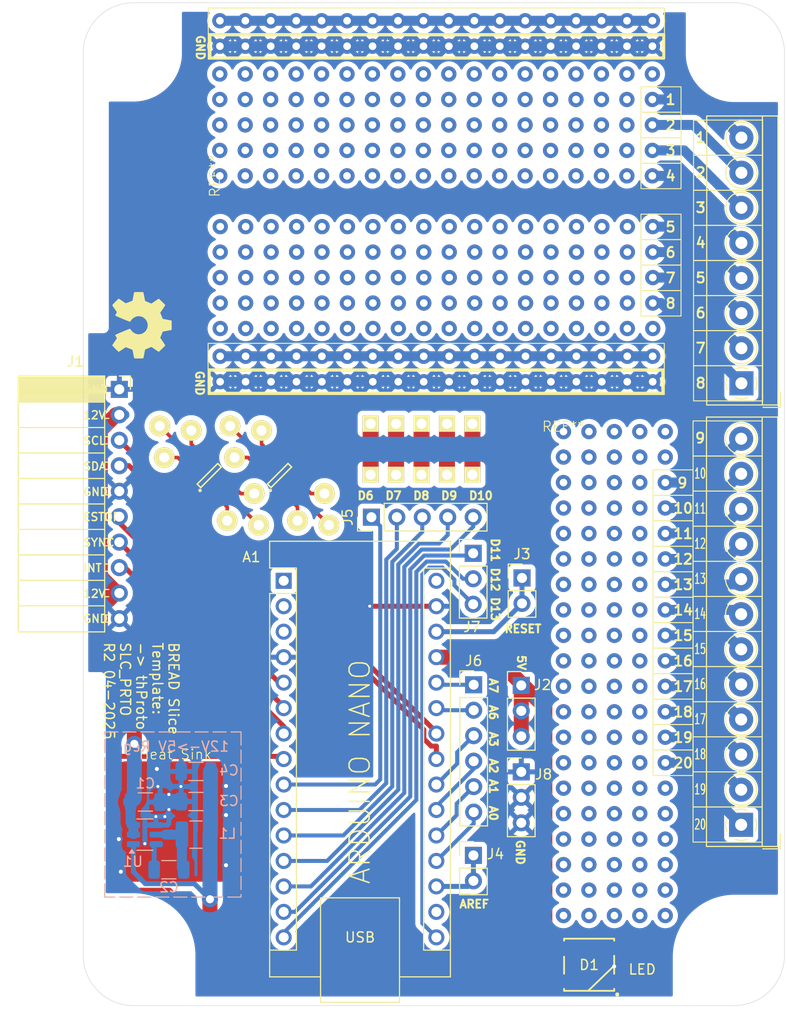
<source format=kicad_pcb>
(kicad_pcb (version 20241229) (generator "pcbnew") (generator_version "9.0")
  (layers (0 "F.Cu" signal) (2 "B.Cu" signal) (13 "F.Paste" user) (15 "B.Paste" user) (5 "F.SilkS" user "F.Silkscreen") (7 "B.SilkS" user "B.Silkscreen") (1 "F.Mask" user) (3 "B.Mask" user) (25 "Edge.Cuts" user))
  (net 0 "")
  (net 3 "GND")
  (net 4 "/D12")
  (net 5 "+5V")
  (net 6 "/LED")
  (net 7 "/I2C_CLK")
  (net 8 "/D11")
  (net 9 "/I2C_DAT")
  (net 10 "/D10")
  (net 11 "/SYNC")
  (net 13 "/E_STOP")
  (net 14 "/A0")
  (net 15 "/A6")
  (net 16 "/A1")
  (net 17 "/A2")
  (net 18 "+12V")
  (net 19 "/INT")
  (net 20 "/D8")
  (net 21 "/A7")
  (net 22 "/D6")
  (net 23 "/D7")
  (net 24 "/D9")
  (net 25 "/D13")
  (net 26 "/A3")
  (net 27 "/RESET")
  (net 28 "Net-(U1-SW)")
  (net 29 "Net-(U1-BST)")
  (net 30 "unconnected-(A1-VIN-Pad30)")
  (net 32 "/AREF")
  (footprint "MountingHole:MountingHole_5mm" (layer "F.Cu") (at 127.6 44.8)
    (property "Reference" "H1" (hide yes))
    (property "Value" "MountingHole")
  )
  (footprint "MountingHole:MountingHole_5mm" (layer "F.Cu") (at 187.6 44.8)
    (property "Reference" "H2" (hide yes))
    (property "Value" "MountingHole")
  )
  (footprint "MountingHole:MountingHole_5mm" (layer "F.Cu") (at 127.6 134.8)
    (property "Reference" "H3" (hide yes))
    (property "Value" "MountingHole")
  )
  (footprint "MountingHole:MountingHole_5mm" (layer "F.Cu") (at 187.6 134.8)
    (property "Reference" "H4" (hide yes))
    (property "Value" "MountingHole")
  )
  (footprint "Module:Arduino_Nano" (layer "F.Cu") (at 142.61 97.44)
    (property "Reference" "A1")
    (property "Value" "Arduino_Nano_v3.x")
  )
  (footprint "Symbol:OSHW-Symbol_6.7x6mm_SilkScreen" (layer "F.Cu") (at 128.45 71.95 -90)
    (property "Reference" "Logo1" (hide yes))
    (property "Value" "Logo_Open_Hardware_Small" (hide yes))
  )
  (footprint "KML-Custom:Thermal Pad" (layer "F.Cu") (at 131.8 121.45)
    (property "Reference" "HS1")
    (property "Value" "Heatsink_Pad")
  )
  (footprint "Connector_PinHeader_2.54mm:PinHeader_1x02_P2.54mm_Vertical" (layer "F.Cu") (at 166.4 97.16)
    (property "Reference" "J3")
    (property "Value" "Conn_01x02_Pin")
  )
  (footprint "kicad_wrk:PROTO-0805" (layer "F.Cu") (at 158.91 84.325 90)
    (property "Reference" "")
    (property "Value" "")
  )
  (footprint "kicad_wrk:PROTO-0805" (layer "F.Cu") (at 156.37 84.325 90)
    (property "Reference" "")
    (property "Value" "")
  )
  (footprint "Connector_PinHeader_2.54mm:PinHeader_1x03_P2.54mm_Vertical" (layer "F.Cu") (at 166.325 107.875)
    (property "Reference" "J2")
    (property "Value" "Conn_01x03_Pin")
  )
  (footprint "Connector_PinHeader_2.54mm:PinHeader_1x05_P2.54mm_Vertical" (layer "F.Cu") (at 151.365 91.1 90)
    (property "Reference" "J5")
    (property "Value" "Conn_01x05_Pin")
  )
  (footprint "SparkFun-LED:WS2812-5050-4PIN" (layer "F.Cu") (at 173.1 135.732769)
    (property "Reference" "D1")
    (property "Value" "WS2812B_5050")
  )
  (footprint "kicad_wrk:PROTO-SOT-23-6" (layer "F.Cu") (at 135.177465 86.948075 135)
    (property "Reference" "")
    (property "Value" "")
  )
  (footprint "Connector_PinHeader_2.54mm:PinHeader_1x06_P2.54mm_Vertical" (layer "F.Cu") (at 161.575 107.81)
    (property "Reference" "J6")
    (property "Value" "Conn_01x06_Pin")
  )
  (footprint "proto:protogrid_5x15" (layer "F.Cu") (at 179.455 62.125 -90)
    (property "Reference" "REF**" (hide yes))
    (property "Value" "protogrid_5x15" (hide yes))
  )
  (footprint "kicad_wrk:PROTO-SOT-23-6" (layer "F.Cu") (at 142.193629 86.943629 135)
    (property "Reference" "")
    (property "Value" "")
  )
  (footprint "TerminalBlock_4Ucon:TerminalBlock_4Ucon_1x12_P3.50mm_Horizontal" (layer "F.Cu") (at 188.275 121.775 90)
    (property "Reference" "REF**" (hide yes))
    (property "Value" "TerminalBlock_4Ucon_1x12_P3.50mm_Horizontal" (hide yes))
  )
  (footprint "proto:protogrid_5x15" (layer "F.Cu") (at 136.23 57.064 90)
    (property "Reference" "REF**")
    (property "Value" "protogrid_5x15")
  )
  (footprint "TerminalBlock_4Ucon:TerminalBlock_4Ucon_1x08_P3.50mm_Horizontal" (layer "F.Cu") (at 188.3 77.75 90)
    (property "Reference" "REF**" (hide yes))
    (property "Value" "TerminalBlock_4Ucon_1x08_P3.50mm_Horizontal" (hide yes))
  )
  (footprint "kicad_wrk:PROTO-0805" (layer "F.Cu") (at 153.83 84.325 -90)
    (property "Reference" "")
    (property "Value" "")
  )
  (footprint "Connector_PinSocket_2.54mm:PinSocket_1x10_P2.54mm_Horizontal" (layer "F.Cu") (at 126.2 78.35)
    (property "Reference" "J1")
    (property "Value" "Conn_01x10_Socket")
  )
  (footprint "Connector_PinHeader_2.54mm:PinHeader_1x02_P2.54mm_Vertical" (layer "F.Cu") (at 161.55 124.825)
    (property "Reference" "J4")
    (property "Value" "Conn_01x02_Pin")
  )
  (footprint "kicad_wrk:PROTO-0805" (layer "F.Cu") (at 161.45 84.325 90)
    (property "Reference" "")
    (property "Value" "")
  )
  (footprint "Connector_PinHeader_2.54mm:PinHeader_1x03_P2.54mm_Vertical" (layer "F.Cu") (at 166.325 116.5)
    (property "Reference" "J8")
    (property "Value" "Conn_01x03_Pin")
  )
  (footprint "kicad_wrk:PROTO-0805" (layer "F.Cu") (at 151.29 84.325 90)
    (property "Reference" "")
    (property "Value" "")
  )
  (footprint "proto:protogrid_5x20" (layer "F.Cu") (at 170.54 82.565)
    (property "Reference" "REF**")
    (property "Value" "protogrid_5x20" (hide yes))
  )
  (footprint "Connector_PinHeader_2.54mm:PinHeader_1x03_P2.54mm_Vertical" (layer "F.Cu") (at 161.525 94.7)
    (property "Reference" "J7")
    (property "Value" "Conn_01x03_Pin")
  )
  (footprint "Capacitor_SMD:C_1206_3216Metric" (layer "B.Cu") (at 128.8 119.5 180)
    (property "Reference" "C1")
    (property "Value" "22uF")
  )
  (footprint "Package_TO_SOT_SMD:TSOT-23-6" (layer "B.Cu") (at 128.75 122.755)
    (property "Reference" "U1")
    (property "Value" "~")
  )
  (footprint "Capacitor_SMD:C_1206_3216Metric" (layer "B.Cu") (at 131.15 126.255 180)
    (property "Reference" "C2")
    (property "Value" "100nF")
  )
  (footprint "Capacitor_SMD:C_1206_3216Metric" (layer "B.Cu") (at 133.85 119.455)
    (property "Reference" "C3")
    (property "Value" "22uF")
  )
  (footprint "Capacitor_SMD:C_1206_3216Metric" (layer "B.Cu") (at 133.85 116.455)
    (property "Reference" "C4")
    (property "Value" "22uF")
  )
  (footprint "Inductor_SMD:L_1210_3225Metric" (layer "B.Cu") (at 133.85 122.755)
    (property "Reference" "L1")
    (property "Value" "4.7uH")
  )
  (gr_rect (start 179.475 104.16) (end 183.475 106.7) (stroke (width 0.1)) (fill no) (layer "F.SilkS"))
  (gr_rect (start 179.475 86.38) (end 183.475 88.92) (stroke (width 0.1)) (fill no) (layer "F.SilkS"))
  (gr_rect (start 183.525 65.5) (end 190.425 69) (stroke (width 0.1)) (fill no) (layer "F.SilkS"))
  (gr_rect (start 178.275 65.96) (end 182.275 68.5) (stroke (width 0.1)) (fill no) (layer "F.SilkS"))
  (gr_rect (start 183.525 72.5) (end 190.425 76) (stroke (width 0.1)) (fill no) (layer "F.SilkS"))
  (gr_rect (start 178.275 55.8) (end 182.275 58.34) (stroke (width 0.1)) (fill no) (layer "F.SilkS"))
  (gr_rect (start 183.475 120) (end 190.375 123.5) (stroke (width 0.1)) (fill no) (layer "F.SilkS"))
  (gr_rect (start 179.475 96.54) (end 183.475 99.08) (stroke (width 0.1)) (fill no) (layer "F.SilkS"))
  (gr_rect (start 183.475 99) (end 190.375 102.5) (stroke (width 0.1)) (fill no) (layer "F.SilkS"))
  (gr_rect (start 178.275 48.18) (end 182.275 50.72) (stroke (width 0.1)) (fill no) (layer "F.SilkS"))
  (gr_rect (start 183.475 95.5) (end 190.375 99) (stroke (width 0.1)) (fill no) (layer "F.SilkS"))
  (gr_rect (start 179.475 91.46) (end 183.475 94) (stroke (width 0.1)) (fill no) (layer "F.SilkS"))
  (gr_rect (start 179.475 106.7) (end 183.475 109.24) (stroke (width 0.1)) (fill no) (layer "F.SilkS"))
  (gr_rect (start 179.475 109.24) (end 183.475 111.78) (stroke (width 0.1)) (fill no) (layer "F.SilkS"))
  (gr_rect (start 179.475 88.92) (end 183.475 91.46) (stroke (width 0.1)) (fill no) (layer "F.SilkS"))
  (gr_rect (start 183.475 81.5) (end 190.375 85) (stroke (width 0.1)) (fill no) (layer "F.SilkS"))
  (gr_rect (start 183.475 116.5) (end 190.375 120) (stroke (width 0.1)) (fill no) (layer "F.SilkS"))
  (gr_rect (start 178.275 53.26) (end 182.275 55.8) (stroke (width 0.1)) (fill no) (layer "F.SilkS"))
  (gr_rect (start 179.475 99.08) (end 183.475 101.62) (stroke (width 0.1)) (fill no) (layer "F.SilkS"))
  (gr_rect (start 179.475 94) (end 183.475 96.54) (stroke (width 0.1)) (fill no) (layer "F.SilkS"))
  (gr_rect (start 183.525 62) (end 190.425 65.5) (stroke (width 0.1)) (fill no) (layer "F.SilkS"))
  (gr_rect (start 183.475 88.5) (end 190.375 92) (stroke (width 0.1)) (fill no) (layer "F.SilkS"))
  (gr_rect (start 183.475 102.5) (end 190.375 106) (stroke (width 0.1)) (fill no) (layer "F.SilkS"))
  (gr_rect (start 183.525 51.5) (end 190.425 55) (stroke (width 0.1)) (fill no) (layer "F.SilkS"))
  (gr_rect (start 183.525 55) (end 190.425 58.5) (stroke (width 0.1)) (fill no) (layer "F.SilkS"))
  (gr_rect (start 178.275 50.72) (end 182.275 53.26) (stroke (width 0.1)) (fill no) (layer "F.SilkS"))
  (gr_rect (start 183.475 85) (end 190.375 88.5) (stroke (width 0.1)) (fill no) (layer "F.SilkS"))
  (gr_rect (start 183.525 58.5) (end 190.425 62) (stroke (width 0.1)) (fill no) (layer "F.SilkS"))
  (gr_rect (start 178.275 60.88) (end 182.275 63.42) (stroke (width 0.1)) (fill no) (layer "F.SilkS"))
  (gr_rect (start 179.475 114.32) (end 183.475 116.86) (stroke (width 0.1)) (fill no) (layer "F.SilkS"))
  (gr_rect (start 183.475 113) (end 190.375 116.5) (stroke (width 0.1)) (fill no) (layer "F.SilkS"))
  (gr_rect (start 183.475 109.5) (end 190.375 113) (stroke (width 0.1)) (fill no) (layer "F.SilkS"))
  (gr_rect (start 135.18 76.44) (end 180.455 78.74) (stroke (width 0.3)) (fill no) (layer "F.SilkS"))
  (gr_rect (start 135.25 43) (end 180.55 45.3) (stroke (width 0.3)) (fill no) (layer "F.SilkS"))
  (gr_rect (start 178.275 68.5) (end 182.275 71.04) (stroke (width 0.1)) (fill no) (layer "F.SilkS"))
  (gr_rect (start 179.475 111.78) (end 183.475 114.32) (stroke (width 0.1)) (fill no) (layer "F.SilkS"))
  (gr_rect (start 179.475 101.62) (end 183.475 104.16) (stroke (width 0.1)) (fill no) (layer "F.SilkS"))
  (gr_rect (start 178.275 63.42) (end 182.275 65.96) (stroke (width 0.1)) (fill no) (layer "F.SilkS"))
  (gr_rect (start 183.475 106) (end 190.375 109.5) (stroke (width 0.1)) (fill no) (layer "F.SilkS"))
  (gr_rect (start 183.525 69) (end 190.425 72.5) (stroke (width 0.1)) (fill no) (layer "F.SilkS"))
  (gr_rect (start 183.475 92) (end 190.375 95.5) (stroke (width 0.1)) (fill no) (layer "F.SilkS"))
  (gr_rect (start 183.525 76) (end 190.425 79.5) (stroke (width 0.1)) (fill no) (layer "F.SilkS"))
  (gr_rect (start 124.75 112.516) (end 138.35 128.984) (stroke (width 0.12) (type dash)) (fill no) (layer "B.SilkS"))
  (gr_line (start 192.6 44.8) (end 192.6 94.8) (stroke (width 0.05)) (layer "Edge.Cuts"))
  (gr_arc (start 187.6 39.8) (mid 191.135534 41.264466) (end 192.6 44.8) (stroke (width 0.05)) (layer "Edge.Cuts"))
  (gr_arc (start 192.6 134.8) (mid 191.135534 138.335534) (end 187.6 139.8) (stroke (width 0.05)) (layer "Edge.Cuts"))
  (gr_line (start 152.6 39.8) (end 187.6 39.8) (stroke (width 0.05)) (layer "Edge.Cuts"))
  (gr_arc (start 122.6 44.8) (mid 124.064466 41.264466) (end 127.6 39.8) (stroke (width 0.05)) (layer "Edge.Cuts"))
  (gr_line (start 192.6 94.8) (end 192.6 134.8) (stroke (width 0.05)) (layer "Edge.Cuts"))
  (gr_line (start 122.6 134.8) (end 122.6 44.8) (stroke (width 0.05)) (layer "Edge.Cuts"))
  (gr_line (start 127.6 39.8) (end 152.6 39.8) (stroke (width 0.05)) (layer "Edge.Cuts"))
  (gr_arc (start 127.6 139.8) (mid 124.064466 138.335534) (end 122.6 134.8) (stroke (width 0.05)) (layer "Edge.Cuts"))
  (gr_line (start 160.188 139.8) (end 187.6 139.8) (stroke (width 0.05)) (layer "Edge.Cuts"))
  (gr_line (start 127.6 139.8) (end 160.188 139.8) (stroke (width 0.05)) (layer "Edge.Cuts"))
  (gr_text "16" (at 183.525 108.325 0) (layer "F.SilkS") (effects (font (size 1 0.6) (thickness 0.125) (bold yes)) (justify left bottom)))
  (gr_text "17" (at 183.525 111.825 0) (layer "F.SilkS") (effects (font (size 1 0.6) (thickness 0.125) (bold yes)) (justify left bottom)))
  (gr_text "GND" (at 123.829762 88.575 0) (layer "F.SilkS") (effects (font (size 0.8 0.8))))
  (gr_text "15" (at 183.525 104.825 0) (layer "F.SilkS") (effects (font (size 1 0.6) (thickness 0.125) (bold yes)) (justify left bottom)))
  (gr_text "D11 D12 D13" (at 163.25 93.1 270) (layer "F.SilkS") (effects (font (size 0.8 0.8) (thickness 0.2) (bold yes)) (justify left bottom)))
  (gr_text "18" (at 183.525 115.325 0) (layer "F.SilkS") (effects (font (size 1 0.6) (thickness 0.125) (bold yes)) (justify left bottom)))
  (gr_text "20" (at 181.4 116.2 0) (layer "F.SilkS") (effects (font (size 1 1) (thickness 0.2) (bold yes)) (justify left bottom)))
  (gr_text "19" (at 181.4 113.66 0) (layer "F.SilkS") (effects (font (size 1 1) (thickness 0.2) (bold yes)) (justify left bottom)))
  (gr_text "4" (at 180.625 57.67 0) (layer "F.SilkS") (effects (font (size 1 1) (thickness 0.2) (bold yes)) (justify left bottom)))
  (gr_text "7" (at 183.625 74.825 0) (layer "F.SilkS") (effects (font (size 1 1) (thickness 0.2) (bold yes)) (justify left bottom)))
  (gr_text "4" (at 183.625 64.325 0) (layer "F.SilkS") (effects (font (size 1 1) (thickness 0.2) (bold yes)) (justify left bottom)))
  (gr_text "11" (at 183.525 90.825 0) (layer "F.SilkS") (effects (font (size 1 0.6) (thickness 0.125) (bold yes)) (justify left bottom)))
  (gr_text "16" (at 181.4 106.04 0) (layer "F.SilkS") (effects (font (size 1 1) (thickness 0.2) (bold yes)) (justify left bottom)))
  (gr_text "13" (at 181.4 98.42 0) (layer "F.SilkS") (effects (font (size 1 1) (thickness 0.2) (bold yes)) (justify left bottom)))
  (gr_text "LED" (at 178.4 136.2 0) (layer "F.SilkS") (effects (font (size 1 1))))
  (gr_text "5" (at 180.625 62.75 0) (layer "F.SilkS") (effects (font (size 1 1) (thickness 0.2) (bold yes)) (justify left bottom)))
  (gr_text "5" (at 183.625 67.825 0) (layer "F.SilkS") (effects (font (size 1 1) (thickness 0.2) (bold yes)) (justify left bottom)))
  (gr_text "12V" (at 123.715477 98.725 0) (layer "F.SilkS") (effects (font (size 0.8 0.8))))
  (gr_text "AREF" (at 160.05 130.15 0) (layer "F.SilkS") (effects (font (size 0.8 0.8) (thickness 0.2) (bold yes)) (justify left bottom)))
  (gr_text "3" (at 180.625 55.13 0) (layer "F.SilkS") (effects (font (size 1 1) (thickness 0.2) (bold yes)) (justify left bottom)))
  (gr_text "GND" (at 165.75 123.175 270) (layer "F.SilkS") (effects (font (size 0.8 0.8) (thickness 0.2) (bold yes)) (justify left bottom)))
  (gr_text "SYNC" (at 124.153572 93.625 0) (layer "F.SilkS") (effects (font (size 0.8 0.8))))
  (gr_text "GND" (at 123.829762 101.225 0) (layer "F.SilkS") (effects (font (size 0.8 0.8))))
  (gr_text "BREAD Slice\nTemplate:\n-> thProto\nSLC_PRTO\nR2 04-2025" (at 128.4 103.5 270) (layer "F.SilkS") (effects (font (size 1 1)) (justify left)))
  (gr_text "GND" (at 123.829762 78.375 0) (layer "F.SilkS") (effects (font (size 0.8 0.8))))
  (gr_text "12" (at 181.4 95.88 0) (layer "F.SilkS") (effects (font (size 1 1) (thickness 0.2) (bold yes)) (justify left bottom)))
  (gr_text "GND" (at 133.825 42.925 270) (layer "F.SilkS") (effects (font (size 0.8 0.8) (thickness 0.2) (bold yes)) (justify left bottom)))
  (gr_text "A7  A6  A3  A2 A1  A0" (at 163.075 107.05 270) (layer "F.SilkS") (effects (font (size 0.8 0.8) (thickness 0.2) (bold yes)) (justify left bottom)))
  (gr_text "10" (at 183.525 87.325 0) (layer "F.SilkS") (effects (font (size 1 0.6) (thickness 0.125) (bold yes)) (justify left bottom)))
  (gr_text "10" (at 181.4 90.8 0) (layer "F.SilkS") (effects (font (size 1 1) (thickness 0.2) (bold yes)) (justify left bottom)))
  (gr_text "D6  D7  D8  D9  D10" (at 149.875 89.425 0) (layer "F.SilkS") (effects (font (size 0.8 0.8) (thickness 0.2) (bold yes)) (justify left bottom)))
  (gr_text "9" (at 181.8 88.275 0) (layer "F.SilkS") (effects (font (size 1 1) (thickness 0.2) (bold yes)) (justify left bottom)))
  (gr_text "2" (at 180.625 52.59 0) (layer "F.SilkS") (effects (font (size 1 1) (thickness 0.2) (bold yes)) (justify left bottom)))
  (gr_text "7" (at 180.625 67.83 0) (layer "F.SilkS") (effects (font (size 1 1) (thickness 0.2) (bold yes)) (justify left bottom)))
  (gr_text "13" (at 183.525 97.825 0) (layer "F.SilkS") (effects (font (size 1 0.6) (thickness 0.125) (bold yes)) (justify left bottom)))
  (gr_text "20" (at 183.525 122.325 0) (layer "F.SilkS") (effects (font (size 1 0.6) (thickness 0.125) (bold yes)) (justify left bottom)))
  (gr_text "18" (at 181.4 111.12 0) (layer "F.SilkS") (effects (font (size 1 1) (thickness 0.2) (bold yes)) (justify left bottom)))
  (gr_text "6" (at 180.625 65.29 0) (layer "F.SilkS") (effects (font (size 1 1) (thickness 0.2) (bold yes)) (justify left bottom)))
  (gr_text "ESTOP" (at 124.477381 91.075 0) (layer "F.SilkS") (effects (font (size 0.8 0.8))))
  (gr_text "3" (at 183.625 60.825 0) (layer "F.SilkS") (effects (font (size 1 1) (thickness 0.2) (bold yes)) (justify left bottom)))
  (gr_text "8" (at 183.625 78.325 0) (layer "F.SilkS") (effects (font (size 1 1) (thickness 0.2) (bold yes)) (justify left bottom)))
  (gr_text "5V" (at 165.875 104.75 270) (layer "F.SilkS") (effects (font (size 0.8 0.8) (thickness 0.2) (bold yes)) (justify left bottom)))
  (gr_text "RESET" (at 164.55 102.7 0) (layer "F.SilkS") (effects (font (size 0.8 0.8) (thickness 0.2) (bold yes)) (justify left bottom)))
  (gr_text "INT" (at 123.525 96.175 0) (layer "F.SilkS") (effects (font (size 0.8 0.8))))
  (gr_text "19" (at 183.525 118.825 0) (layer "F.SilkS") (effects (font (size 1 0.6) (thickness 0.125) (bold yes)) (justify left bottom)))
  (gr_text "SDA" (at 123.734524 86.025 0) (layer "F.SilkS") (effects (font (size 0.8 0.8))))
  (gr_text "GND" (at 133.755 76.39 270) (layer "F.SilkS") (effects (font (size 0.8 0.8) (thickness 0.2) (bold yes)) (justify left bottom)))
  (gr_text "9" (at 183.575 83.8 0) (layer "F.SilkS") (effects (font (size 1 1) (thickness 0.2) (bold yes)) (justify left bottom)))
  (gr_text "6" (at 183.625 71.325 0) (layer "F.SilkS") (effects (font (size 1 1) (thickness 0.2) (bold yes)) (justify left bottom)))
  (gr_text "17" (at 181.4 108.58 0) (layer "F.SilkS") (effects (font (size 1 1) (thickness 0.2) (bold yes)) (justify left bottom)))
  (gr_text "SCL" (at 123.715477 83.475 0) (layer "F.SilkS") (effects (font (size 0.8 0.8))))
  (gr_text "ARDUINO NANO" (at 150.22 116.49 90) (layer "F.SilkS") (effects (font (size 2 2))))
  (gr_text "1" (at 180.625 50.05 0) (layer "F.SilkS") (effects (font (size 1 1) (thickness 0.2) (bold yes)) (justify left bottom)))
  (gr_text "14" (at 183.525 101.325 0) (layer "F.SilkS") (effects (font (size 1 0.6) (thickness 0.125) (bold yes)) (justify left bottom)))
  (gr_text "15" (at 181.4 103.5 0) (layer "F.SilkS") (effects (font (size 1 1) (thickness 0.2) (bold yes)) (justify left bottom)))
  (gr_text "2" (at 183.625 57.325 0) (layer "F.SilkS") (effects (font (size 1 1) (thickness 0.2) (bold yes)) (justify left bottom)))
  (gr_text "11" (at 181.4 93.34 0) (layer "F.SilkS") (effects (font (size 1 1) (thickness 0.2) (bold yes)) (justify left bottom)))
  (gr_text "12V" (at 123.715477 80.925 0) (layer "F.SilkS") (effects (font (size 0.8 0.8))))
  (gr_text "8" (at 180.625 70.37 0) (layer "F.SilkS") (effects (font (size 1 1) (thickness 0.2) (bold yes)) (justify left bottom)))
  (gr_text "12" (at 183.525 94.325 0) (layer "F.SilkS") (effects (font (size 1 0.6) (thickness 0.125) (bold yes)) (justify left bottom)))
  (gr_text "1" (at 183.625 53.825 0) (layer "F.SilkS") (effects (font (size 1 1) (thickness 0.2) (bold yes)) (justify left bottom)))
  (gr_text "14" (at 181.4 100.96 0) (layer "F.SilkS") (effects (font (size 1 1) (thickness 0.2) (bold yes)) (justify left bottom)))
  (gr_text "12V->5V Reg" (at 131.85 114.555 0) (layer "B.SilkS") (effects (font (size 1 1)) (justify bottom mirror)))
  (segment (start 136.973517 90.087629) (end 136.973517 91.438203) (width 0.3556) (layer "F.Cu") (net 0))
  (segment (start 144.09009 87.403248) (end 143.996752 87.403248) (width 0.3556) (layer "F.Cu") (net 0))
  (segment (start 135.637085 88.844535) (end 135.637085 88.751197) (width 0.3556) (layer "F.Cu") (net 0))
  (segment (start 134.046095 85.816704) (end 130.238325 82.008934) (width 0.3556) (layer "F.Cu") (net 0))
  (segment (start 140.116606 91.887215) (end 136.308836 88.079445) (width 0.3556) (layer "F.Cu") (net 0))
  (segment (start 143.996752 87.403248) (end 145.333184 88.73968) (width 0.3556) (layer "F.Cu") (net 0))
  (segment (start 135.637085 88.751197) (end 136.973517 90.087629) (width 0.3556) (layer "F.Cu") (net 0))
  (segment (start 142.653249 88.840089) (end 142.653249 88.746751) (width 0.3556) (layer "F.Cu") (net 0))
  (segment (start 133.374343 86.488455) (end 132.037911 85.152023) (width 0.3556) (layer "F.Cu") (net 0))
  (segment (start 140.397578 83.804074) (end 140.397578 82.453501) (width 0.3556) (layer "F.Cu") (net 0))
  (segment (start 137.073926 87.407694) (end 136.980588 87.407694) (width 0.3556) (layer "F.Cu") (net 0))
  (segment (start 145.333184 88.73968) (end 146.683757 88.73968) (width 0.3556) (layer "F.Cu") (net 0))
  (segment (start 141.73401 85.140506) (end 140.397578 83.804074) (width 0.3556) (layer "F.Cu") (net 0))
  (segment (start 143.989681 90.083183) (end 143.989681 91.433757) (width 0.3556) (layer "F.Cu") (net 0))
  (segment (start 140.390507 86.484009) (end 139.054075 85.147577) (width 0.3556) (layer "F.Cu") (net 0))
  (segment (start 133.381414 83.80852) (end 133.381414 82.457947) (width 0.3556) (layer "F.Cu") (net 0))
  (segment (start 141.062259 85.812258) (end 137.254489 82.004488) (width 0.3556) (layer "F.Cu") (net 0))
  (segment (start 139.054075 85.147577) (end 137.703501 85.147577) (width 0.3556) (layer "F.Cu") (net 0))
  (segment (start 147.13277 91.882769) (end 143.325 88.074999) (width 0.3556) (layer "F.Cu") (net 0))
  (segment (start 138.31702 88.744126) (end 139.667593 88.744126) (width 0.3556) (layer "F.Cu") (net 0))
  (segment (start 136.980588 87.407694) (end 138.31702 88.744126) (width 0.3556) (layer "F.Cu") (net 0))
  (segment (start 134.717846 85.144952) (end 133.381414 83.80852) (width 0.3556) (layer "F.Cu") (net 0))
  (segment (start 142.653249 88.746751) (end 143.989681 90.083183) (width 0.3556) (layer "F.Cu") (net 0))
  (segment (start 132.037911 85.152023) (end 130.687337 85.152023) (width 0.3556) (layer "F.Cu") (net 0))
  (segment (start 183.534 51.984) (end 188.3 56.75) (width 1) (layer "B.Cu") (net 0))
  (segment (start 179.41 54.524) (end 182.574 54.524) (width 1) (layer "B.Cu") (net 0))
  (segment (start 179.41 51.984) (end 183.534 51.984) (width 1) (layer "B.Cu") (net 0))
  (segment (start 182.574 54.524) (end 188.3 60.25) (width 1) (layer "B.Cu") (net 0))
  (segment (start 157.85 99.98) (end 151.205 99.98) (width 0.5) (layer "F.Cu") (net 3))
  (segment (start 175.6 135.9) (end 175.6 137.255769) (width 0.5) (layer "F.Cu") (net 3))
  (segment (start 151.205 99.98) (end 151.2 99.975) (width 0.5) (layer "F.Cu") (net 3))
  (via (at 136.85 117.905) (size 0.8) (drill 0.4) (layers "F.Cu" "B.Cu") (net 3))
  (via (at 126.35 126.455) (size 0.8) (drill 0.4) (layers "F.Cu" "B.Cu") (net 3))
  (via (at 129.85 120.955) (size 0.5) (drill 0.3) (layers "F.Cu" "B.Cu") (net 3))
  (via (at 129.95 116.205) (size 0.8) (drill 0.4) (layers "F.Cu" "B.Cu") (net 3))
  (via (at 131.15 120.255) (size 0.5) (drill 0.3) (layers "F.Cu" "B.Cu") (net 3))
  (via (at 131.15 118.755) (size 0.5) (drill 0.3) (layers "F.Cu" "B.Cu") (net 3))
  (via (at 130.05 117.955) (size 0.5) (drill 0.3) (layers "F.Cu" "B.Cu") (net 3))
  (via (at 175.6 135.9) (size 0.8) (drill 0.4) (layers "F.Cu" "B.Cu") (net 3))
  (via (at 132.35 117.955) (size 0.5) (drill 0.3) (layers "F.Cu" "B.Cu") (net 3))
  (via (at 126.15 123.205) (size 0.8) (drill 0.4) (layers "F.Cu" "B.Cu") (net 3))
  (via (at 136.85 125.805) (size 0.8) (drill 0.4) (layers "F.Cu" "B.Cu") (net 3))
  (via (at 136.85 120.805) (size 0.8) (drill 0.4) (layers "F.Cu" "B.Cu") (net 3))
  (via (at 130.75 120.955) (size 0.5) (drill 0.3) (layers "F.Cu" "B.Cu") (net 3))
  (via (at 128.75 123.655) (size 0.5) (drill 0.3) (layers "F.Cu" "B.Cu") (net 3))
  (via (at 151.2 99.975) (size 0.6) (drill 0.3) (layers "F.Cu" "B.Cu") (net 3))
  (segment (start 180.7 107.965) (end 184.965 107.965) (width 1) (layer "B.Cu") (net 3))
  (segment (start 180.7 110.505) (end 184.005 110.505) (width 1) (layer "B.Cu") (net 3))
  (segment (start 129.8875 121.805) (end 128.8 121.805) (width 0.5) (layer "B.Cu") (net 3))
  (segment (start 182.085 115.585) (end 188.275 121.775) (width 1) (layer "B.Cu") (net 3))
  (segment (start 131.55 117.955) (end 133.25 117.955) (width 0.5) (layer "B.Cu") (net 3))
  (segment (start 180.7 115.585) (end 182.085 115.585) (width 1) (layer "B.Cu") (net 3))
  (segment (start 128.8 121.805) (end 128.75 121.855) (width 0.5) (layer "B.Cu") (net 3))
  (segment (start 130.32 119.455) (end 132.375 119.455) (width 1.5) (layer "B.Cu") (net 3))
  (segment (start 132.35 117.955) (end 131.55 117.955) (width 0.5) (layer "B.Cu") (net 3))
  (segment (start 180.7 102.885) (end 186.885 102.885) (width 1) (layer "B.Cu") (net 3))
  (segment (start 128.95 120.955) (end 128.75 121.155) (width 0.5) (layer "B.Cu") (net 3))
  (segment (start 180.7 105.425) (end 185.925 105.425) (width 1) (layer "B.Cu") (net 3))
  (segment (start 131 121.805) (end 131.15 121.655) (width 0.5) (layer "B.Cu") (net 3))
  (segment (start 187.845 100.345) (end 188.275 100.775) (width 1) (layer "B.Cu") (net 3))
  (segment (start 186.885 102.885) (end 188.275 104.275) (width 1) (layer "B.Cu") (net 3))
  (segment (start 129.85 121.7675) (end 129.8875 121.805) (width 0.5) (layer "B.Cu") (net 3))
  (segment (start 129.85 120.955) (end 128.95 120.955) (width 0.5) (layer "B.Cu") (net 3))
  (segment (start 179.455 64.665) (end 182.215 64.665) (width 1) (layer "B.Cu") (net 3))
  (segment (start 183.175 62.125) (end 188.3 67.25) (width 1) (layer "B.Cu") (net 3))
  (segment (start 182.215 64.665) (end 188.3 70.75) (width 1) (layer "B.Cu") (net 3))
  (segment (start 180.7 92.725) (end 185.825 92.725) (width 1) (layer "B.Cu") (net 3))
  (segment (start 180.295 69.745) (end 188.3 77.75) (width 1) (layer "B.Cu") (net 3))
  (segment (start 184.005 110.505) (end 188.275 114.775) (width 1) (layer "B.Cu") (net 3))
  (segment (start 180.7 95.265) (end 186.785 95.265) (width 1) (layer "B.Cu") (net 3))
  (segment (start 131.15 120.555) (end 130.75 120.955) (width 0.5) (layer "B.Cu") (net 3))
  (segment (start 184.965 107.965) (end 188.275 111.275) (width 1) (layer "B.Cu") (net 3))
  (segment (start 180.7 87.645) (end 183.905 87.645) (width 1) (layer "B.Cu") (net 3))
  (segment (start 136.24 41.594) (end 179.42 41.594) (width 1) (layer "B.Cu") (net 3))
  (segment (start 128.75 121.855) (end 128.75 123.655) (width 0.5) (layer "B.Cu") (net 3))
  (segment (start 183.905 87.645) (end 188.275 83.275) (width 1) (layer "B.Cu") (net 3))
  (segment (start 184.494 49.444) (end 188.3 53.25) (width 1) (layer "B.Cu") (net 3))
  (segment (start 131.15 119.455) (end 131.15 120.255) (width 0.5) (layer "B.Cu") (net 3))
  (segment (start 131.15 119.455) (end 131.15 118.755) (width 0.5) (layer "B.Cu") (net 3))
  (segment (start 136.24 44.134) (end 179.42 44.134) (width 1) (layer "B.Cu") (net 3))
  (segment (start 179.41 49.444) (end 184.494 49.444) (width 1) (layer "B.Cu") (net 3))
  (segment (start 183.045 113.045) (end 188.275 118.275) (width 1) (layer "B.Cu") (net 3))
  (segment (start 181.255 67.205) (end 188.3 74.25) (width 1) (layer "B.Cu") (net 3))
  (segment (start 179.455 62.125) (end 183.175 62.125) (width 1) (layer "B.Cu") (net 3))
  (segment (start 186.785 95.265) (end 188.275 93.775) (width 1) (layer "B.Cu") (net 3))
  (segment (start 185.825 92.725) (end 188.275 90.275) (width 1) (layer "B.Cu") (net 3))
  (segment (start 179.455 67.205) (end 181.255 67.205) (width 1) (layer "B.Cu") (net 3))
  (segment (start 180.7 100.345) (end 187.845 100.345) (width 1) (layer "B.Cu") (net 3))
  (segment (start 180.7 97.805) (end 187.745 97.805) (width 1) (layer "B.Cu") (net 3))
  (segment (start 180.7 90.185) (end 184.865 90.185) (width 1) (layer "B.Cu") (net 3))
  (segment (start 180.7 113.045) (end 183.045 113.045) (width 1) (layer "B.Cu") (net 3))
  (segment (start 181.614 57.064) (end 188.3 63.75) (width 1) (layer "B.Cu") (net 3))
  (segment (start 130.75 120.955) (end 129.85 120.955) (width 0.5) (layer "B.Cu") (net 3))
  (segment (start 128.75 121.155) (end 128.75 121.855) (width 0.5) (layer "B.Cu") (net 3))
  (segment (start 131.15 121.655) (end 131.15 120.255) (width 0.5) (layer "B.Cu") (net 3))
  (segment (start 187.745 97.805) (end 188.275 97.275) (width 1) (layer "B.Cu") (net 3))
  (segment (start 136.265 77.595) (end 179.445 77.595) (width 1) (layer "B.Cu") (net 3))
  (segment (start 184.865 90.185) (end 188.275 86.775) (width 1) (layer "B.Cu") (net 3))
  (segment (start 185.925 105.425) (end 188.275 107.775) (width 1) (layer "B.Cu") (net 3))
  (segment (start 131.15 120.255) (end 131.15 120.555) (width 0.5) (layer "B.Cu") (net 3))
  (segment (start 130.275 119.5) (end 130.32 119.455) (width 1.5) (layer "B.Cu") (net 3))
  (segment (start 129.8875 121.805) (end 131 121.805) (width 0.5) (layer "B.Cu") (net 3))
  (segment (start 129.85 120.955) (end 129.85 121.7675) (width 0.5) (layer "B.Cu") (net 3))
  (segment (start 136.265 75.055) (end 179.445 75.055) (width 1) (layer "B.Cu") (net 3))
  (segment (start 179.41 57.064) (end 181.614 57.064) (width 1) (layer "B.Cu") (net 3))
  (segment (start 179.455 69.745) (end 180.295 69.745) (width 1) (layer "B.Cu") (net 3))
  (segment (start 155.85 96.551472) (end 155.85 119.3) (width 0.4) (layer "B.Cu") (net 4))
  (segment (start 156.876472 95.525) (end 155.85 96.551472) (width 0.4) (layer "B.Cu") (net 4))
  (segment (start 161.525 97.24) (end 160.515 97.24) (width 0.4) (layer "B.Cu") (net 4))
  (segment (start 160.515 97.24) (end 158.8 95.525) (width 0.4) (layer "B.Cu") (net 4))
  (segment (start 155.85 119.3) (end 142.61 132.54) (width 0.4) (layer "B.Cu") (net 4))
  (segment (start 158.8 95.525) (end 156.876472 95.525) (width 0.4) (layer "B.Cu") (net 4))
  (segment (start 142.61 132.54) (end 142.61 133) (width 0.4) (layer "B.Cu") (net 4))
  (segment (start 165.05 137) (end 168.25 133.8) (width 1.5) (layer "F.Cu") (net 5))
  (segment (start 168.675 133.375) (end 168.675 110.025) (width 1.5) (layer "F.Cu") (net 5))
  (segment (start 163.71 105.06) (end 157.85 105.06) (width 1.5) (layer "F.Cu") (net 5))
  (segment (start 135.25 129.2) (end 135.25 132.75) (width 1.5) (layer "F.Cu") (net 5))
  (segment (start 166.325 107.875) (end 166.325 112.955) (width 1.5) (layer "F.Cu") (net 5))
  (segment (start 170.532769 134.132769) (end 170.523 134.132769) (width 0.5) (layer "F.Cu") (net 5))
  (segment (start 135.25 132.75) (end 139.5 137) (width 1.5) (layer "F.Cu") (net 5))
  (segment (start 168.25 133.8) (end 168.675 133.375) (width 1.5) (layer "F.Cu") (net 5))
  (segment (start 157.83 105.06) (end 157.85 105.06) (width 1.5) (layer "F.Cu") (net 5))
  (segment (start 168.582769 134.132769) (end 170.523 134.132769) (width 0.5) (layer "F.Cu") (net 5))
  (segment (start 139.5 137) (end 165.05 137) (width 1.5) (layer "F.Cu") (net 5))
  (segment (start 168.675 110.025) (end 163.71 105.06) (width 1.5) (layer "F.Cu") (net 5))
  (segment (start 168.25 133.8) (end 168.582769 134.132769) (width 0.5) (layer "F.Cu") (net 5))
  (via (at 135.25 129.2) (size 1.6) (drill 0.8) (layers "F.Cu" "B.Cu") (net 5))
  (segment (start 135.25 129.2) (end 133.7 127.65) (width 0.5) (layer "B.Cu") (net 5))
  (segment (start 127.6125 126.4625) (end 127.6125 123.705) (width 0.5) (layer "B.Cu") (net 5))
  (segment (start 135.325 116.455) (end 135.3 116.48) (width 1.5) (layer "B.Cu") (net 5))
  (segment (start 128.8 127.65) (end 127.6125 126.4625) (width 0.5) (layer "B.Cu") (net 5))
  (segment (start 135.3 119.48) (end 135.3 122.705) (width 1.5) (layer "B.Cu") (net 5))
  (segment (start 133.7 127.65) (end 128.8 127.65) (width 0.5) (layer "B.Cu") (net 5))
  (segment (start 135.3 116.48) (end 135.3 119.43) (width 1.5) (layer "B.Cu") (net 5))
  (segment (start 135.325 122.68) (end 135.25 122.755) (width 1) (layer "B.Cu") (net 5))
  (segment (start 135.25 129.2) (end 135.25 122.755) (width 1.5) (layer "B.Cu") (net 5))
  (segment (start 158.03 105.24) (end 157.85 105.06) (width 0.5) (layer "B.Cu") (net 5))
  (segment (start 135.325 119.455) (end 135.3 119.48) (width 1.5) (layer "B.Cu") (net 5))
  (segment (start 135.3 122.705) (end 135.25 122.755) (width 1.5) (layer "B.Cu") (net 5))
  (segment (start 135.3 119.43) (end 135.325 119.455) (width 1.5) (layer "B.Cu") (net 5))
  (segment (start 139.3 138.5) (end 134 133.2) (width 0.5) (layer "F.Cu") (net 6))
  (segment (start 125.8 114.95) (end 142.34 114.95) (width 0.5) (layer "F.Cu") (net 6))
  (segment (start 142.34 114.95) (end 142.61 115.22) (width 0.5) (layer "F.Cu") (net 6))
  (segment (start 177.1 135.555769) (end 177.1 138) (width 0.5) (layer "F.Cu") (net 6))
  (segment (start 134 133.2) (end 134 131.1) (width 0.5) (layer "F.Cu") (net 6))
  (segment (start 126.1 128.3) (end 125.2 127.4) (width 0.5) (layer "F.Cu") (net 6))
  (segment (start 125.2 127.4) (end 125.2 115.55) (width 0.5) (layer "F.Cu") (net 6))
  (segment (start 177.1 138) (end 176.6 138.5) (width 0.5) (layer "F.Cu") (net 6))
  (segment (start 142.61 115.22) (end 142.69 115.22) (width 0.5) (layer "F.Cu") (net 6))
  (segment (start 131.2 128.3) (end 126.1 128.3) (width 0.5) (layer "F.Cu") (net 6))
  (segment (start 125.2 115.55) (end 125.8 114.95) (width 0.5) (layer "F.Cu") (net 6))
  (segment (start 176.6 138.5) (end 139.3 138.5) (width 0.5) (layer "F.Cu") (net 6))
  (segment (start 175.677 134.132769) (end 177.1 135.555769) (width 0.5) (layer "F.Cu") (net 6))
  (segment (start 134 131.1) (end 131.2 128.3) (width 0.5) (layer "F.Cu") (net 6))
  (segment (start 129.65 86.88) (end 126.2 83.43) (width 0.5) (layer "F.Cu") (net 7))
  (segment (start 129.65 91.21005) (end 129.65 86.88) (width 0.5) (layer "F.Cu") (net 7))
  (segment (start 157.85 112.68) (end 157.85 112.55) (width 0.5) (layer "F.Cu") (net 7))
  (segment (start 145.6 94.8) (end 133.23995 94.8) (width 0.5) (layer "F.Cu") (net 7))
  (segment (start 147.1 96.3) (end 145.6 94.8) (width 0.5) (layer "F.Cu") (net 7))
  (segment (start 157.85 112.55) (end 147.1 101.8) (width 0.5) (layer "F.Cu") (net 7))
  (segment (start 147.1 101.8) (end 147.1 96.3) (width 0.5) (layer "F.Cu") (net 7))
  (segment (start 133.23995 94.8) (end 129.65 91.21005) (width 0.5) (layer "F.Cu") (net 7))
  (segment (start 161.525 94.7) (end 161.3 94.925) (width 0.4) (layer "B.Cu") (net 8))
  (segment (start 155.25 118.95) (end 143.74 130.46) (width 0.4) (layer "B.Cu") (net 8))
  (segment (start 156.627944 94.925) (end 155.25 96.302944) (width 0.4) (layer "B.Cu") (net 8))
  (segment (start 161.3 94.925) (end 156.627944 94.925) (width 0.4) (layer "B.Cu") (net 8))
  (segment (start 155.25 96.302944) (end 155.25 118.95) (width 0.4) (layer "B.Cu") (net 8))
  (segment (start 143.74 130.46) (end 142.61 130.46) (width 0.4) (layer "B.Cu") (net 8))
  (segment (start 128.949 91.500414) (end 128.949 87.749) (width 0.5) (layer "F.Cu") (net 9))
  (segment (start 156.599 113.198182) (end 156.599 112.290364) (width 0.5) (layer "F.Cu") (net 9))
  (segment (start 156.599 112.290364) (end 146.399 102.090364) (width 0.5) (layer "F.Cu") (net 9))
  (segment (start 157.85 113.931) (end 157.331818 113.931) (width 0.5) (layer "F.Cu") (net 9))
  (segment (start 132.949586 95.501) (end 128.949 91.500414) (width 0.5) (layer "F.Cu") (net 9))
  (segment (start 146.399 96.590364) (end 145.309636 95.501) (width 0.5) (layer "F.Cu") (net 9))
  (segment (start 128.949 87.749) (end 127.17 85.97) (width 0.5) (layer "F.Cu") (net 9))
  (segment (start 146.399 102.090364) (end 146.399 96.590364) (width 0.5) (layer "F.Cu") (net 9))
  (segment (start 157.331818 113.931) (end 156.599 113.198182) (width 0.5) (layer "F.Cu") (net 9))
  (segment (start 127.17 85.97) (end 126.2 85.97) (width 0.5) (layer "F.Cu") (net 9))
  (segment (start 157.85 115.22) (end 157.85 113.931) (width 0.5) (layer "F.Cu") (net 9))
  (segment (start 145.309636 95.501) (end 132.949586 95.501) (width 0.5) (layer "F.Cu") (net 9))
  (segment (start 145.33 127.92) (end 154.65 118.6) (width 0.4) (layer "B.Cu") (net 10))
  (segment (start 154.65 96.054416) (end 156.379416 94.325) (width 0.4) (layer "B.Cu") (net 10))
  (segment (start 161.525 92.05) (end 161.525 91.1) (width 0.4) (layer "B.Cu") (net 10))
  (segment (start 154.65 118.6) (end 154.65 96.054416) (width 0.4) (layer "B.Cu") (net 10))
  (segment (start 159.25 94.325) (end 161.525 92.05) (width 0.4) (layer "B.Cu") (net 10))
  (segment (start 142.61 127.92) (end 145.33 127.92) (width 0.4) (layer "B.Cu") (net 10))
  (segment (start 156.379416 94.325) (end 159.25 94.325) (width 0.4) (layer "B.Cu") (net 10))
  (segment (start 142.61 111.96) (end 142.61 112.68) (width 0.5) (layer "F.Cu") (net 11))
  (segment (start 126.2 96.13) (end 126.78 96.13) (width 0.5) (layer "F.Cu") (net 11))
  (segment (start 126.78 96.13) (end 142.61 111.96) (width 0.5) (layer "F.Cu") (net 11))
  (segment (start 142.15 107.6) (end 142.61 107.6) (width 0.5) (layer "F.Cu") (net 13))
  (segment (start 126.2 91.65) (end 142.15 107.6) (width 0.5) (layer "F.Cu") (net 13))
  (segment (start 126.2 91.05) (end 126.2 91.65) (width 0.5) (layer "F.Cu") (net 13))
  (segment (start 161.575 121.655) (end 157.85 125.38) (width 0.4) (layer "B.Cu") (net 14))
  (segment (start 161.575 120.51) (end 161.575 121.655) (width 0.4) (layer "B.Cu") (net 14))
  (segment (start 161.575 110.35) (end 158.06 110.35) (width 0.4) (layer "B.Cu") (net 15))
  (segment (start 158.06 110.35) (end 157.85 110.14) (width 0.4) (layer "B.Cu") (net 15))
  (segment (start 159.875 120.815) (end 157.85 122.84) (width 0.4) (layer "B.Cu") (net 16))
  (segment (start 159.875 119.67) (end 159.875 120.815) (width 0.4) (layer "B.Cu") (net 16))
  (segment (start 161.575 117.97) (end 159.875 119.67) (width 0.4) (layer "B.Cu") (net 16))
  (segment (start 161.575 115.43) (end 161.575 116.202233) (width 0.4) (layer "B.Cu") (net 17))
  (segment (start 161.575 116.202233) (end 157.85 119.927233) (width 0.4) (layer "B.Cu") (net 17))
  (segment (start 157.85 119.927233) (end 157.85 120.3) (width 0.4) (layer "B.Cu") (net 17))
  (segment (start 124.3 97) (end 125.97 98.67) (width 1.5) (layer "F.Cu") (net 18))
  (segment (start 125.97 98.67) (end 126.2 98.67) (width 1.5) (layer "F.Cu") (net 18))
  (segment (start 126.2 80.89) (end 125.86 80.89) (width 1.5) (layer "F.Cu") (net 18))
  (segment (start 125.83 98.67) (end 126.2 98.67) (width 1.5) (layer "F.Cu") (net 18))
  (segment (start 124.3 103.04) (end 124.3 100.2) (width 1.5) (layer "F.Cu") (net 18))
  (segment (start 127.7 106.44) (end 124.3 103.04) (width 1.5) (layer "F.Cu") (net 18))
  (segment (start 124.3 100.2) (end 125.83 98.67) (width 1.5) (layer "F.Cu") (net 18))
  (segment (start 127.7 113.7) (end 127.7 106.44) (width 1.5) (layer "F.Cu") (net 18))
  (segment (start 126.2 80.89) (end 126.21 80.9) (width 1) (layer "F.Cu") (net 18))
  (segment (start 124.3 82.45) (end 124.3 97) (width 1.5) (layer "F.Cu") (net 18))
  (segment (start 125.86 80.89) (end 124.3 82.45) (width 1.5) (layer "F.Cu") (net 18))
  (via (at 127.7 113.7) (size 1.6) (drill 0.8) (layers "F.Cu" "B.Cu") (net 18))
  (segment (start 126.71 80.89) (end 126.2 80.89) (width 1) (layer "B.Cu") (net 18))
  (segment (start 127.6125 121.805) (end 127.6125 122.705) (width 1) (layer "B.Cu") (net 18))
  (segment (start 127.325 119.5) (end 127.325 121.5175) (width 1) (layer "B.Cu") (net 18))
  (segment (start 127.7 113.7) (end 127.7 119.125) (width 1.5) (layer "B.Cu") (net 18))
  (segment (start 127.7 119.125) (end 127.325 119.5) (width 1.5) (layer "B.Cu") (net 18))
  (segment (start 127.325 121.5175) (end 127.6125 121.805) (width 1) (layer "B.Cu") (net 18))
  (segment (start 126.2 93.59) (end 142.61 110) (width 0.5) (layer "F.Cu") (net 19))
  (segment (start 142.61 110) (end 142.61 110.14) (width 0.5) (layer "F.Cu") (net 19))
  (segment (start 153.45 95.55736) (end 156.445 92.56236) (width 0.4) (layer "B.Cu") (net 20))
  (segment (start 142.61 122.84) (end 148.56 122.84) (width 0.4) (layer "B.Cu") (net 20))
  (segment (start 148.56 122.84) (end 153.45 117.95) (width 0.4) (layer "B.Cu") (net 20))
  (segment (start 153.45 117.95) (end 153.45 95.55736) (width 0.4) (layer "B.Cu") (net 20))
  (segment (start 156.445 92.56236) (end 156.445 91.1) (width 0.4) (layer "B.Cu") (net 20))
  (segment (start 161.575 107.81) (end 158.06 107.81) (width 0.4) (layer "B.Cu") (net 21))
  (segment (start 158.06 107.81) (end 157.85 107.6) (width 0.4) (layer "B.Cu") (net 21))
  (segment (start 151.74 117.76) (end 152.25 117.25) (width 0.4) (layer "B.Cu") (net 22))
  (segment (start 152.25 91.985) (end 151.365 91.1) (width 0.4) (layer "B.Cu") (net 22))
  (segment (start 142.61 117.76) (end 151.74 117.76) (width 0.4) (layer "B.Cu") (net 22))
  (segment (start 152.25 117.25) (end 152.25 91.985) (width 0.4) (layer "B.Cu") (net 22))
  (segment (start 152.85 117.625) (end 152.85 95.308832) (width 0.4) (layer "B.Cu") (net 23))
  (segment (start 153.905 94.253832) (end 153.905 91.1) (width 0.4) (layer "B.Cu") (net 23))
  (segment (start 152.85 95.308832) (end 153.905 94.253832) (width 0.4) (layer "B.Cu") (net 23))
  (segment (start 150.175 120.3) (end 152.85 117.625) (width 0.4) (layer "B.Cu") (net 23))
  (segment (start 142.61 120.3) (end 150.175 120.3) (width 0.4) (layer "B.Cu") (net 23))
  (segment (start 142.61 125.38) (end 146.945 125.38) (width 0.4) (layer "B.Cu") (net 24))
  (segment (start 146.945 125.38) (end 154.05 118.275) (width 0.4) (layer "B.Cu") (net 24))
  (segment (start 158.125 93.725) (end 158.985 92.865) (width 0.4) (layer "B.Cu") (net 24))
  (segment (start 158.985 92.865) (end 158.985 91.1) (width 0.4) (layer "B.Cu") (net 24))
  (segment (start 154.05 118.275) (end 154.05 95.805888) (width 0.4) (layer "B.Cu") (net 24))
  (segment (start 156.130888 93.725) (end 158.125 93.725) (width 0.4) (layer "B.Cu") (net 24))
  (segment (start 154.05 95.805888) (end 156.130888 93.725) (width 0.4) (layer "B.Cu") (net 24))
  (segment (start 157.125 96.125) (end 158.45 96.125) (width 0.4) (layer "B.Cu") (net 25))
  (segment (start 157.85 133) (end 156.45 131.6) (width 0.4) (layer "B.Cu") (net 25))
  (segment (start 156.45 96.8) (end 157.125 96.125) (width 0.4) (layer "B.Cu") (net 25))
  (segment (start 158.45 96.125) (end 159.65 97.325) (width 0.4) (layer "B.Cu") (net 25))
  (segment (start 156.45 131.6) (end 156.45 96.8) (width 0.4) (layer "B.Cu") (net 25))
  (segment (start 159.65 97.905) (end 161.525 99.78) (width 0.4) (layer "B.Cu") (net 25))
  (segment (start 159.65 97.325) (end 159.65 97.905) (width 0.4) (layer "B.Cu") (net 25))
  (segment (start 159.925 115.685) (end 157.85 117.76) (width 0.4) (layer "B.Cu") (net 26))
  (segment (start 159.925 114.54) (end 159.925 115.685) (width 0.4) (layer "B.Cu") (net 26))
  (segment (start 161.575 112.89) (end 159.925 114.54) (width 0.4) (layer "B.Cu") (net 26))
  (segment (start 166.4 99.7) (end 163.58 102.52) (width 0.5) (layer "B.Cu") (net 27))
  (segment (start 163.58 102.52) (end 157.85 102.52) (width 0.5) (layer "B.Cu") (net 27))
  (segment (start 166.4 97.16) (end 166.4 99.7) (width 0.5) (layer "B.Cu") (net 27))
  (segment (start 132.45 126.08) (end 132.625 126.255) (width 1) (layer "B.Cu") (net 28))
  (segment (start 132.45 122.755) (end 130.806238 122.755) (width 1) (layer "B.Cu") (net 28))
  (segment (start 132.45 122.755) (end 132.45 126.08) (width 1) (layer "B.Cu") (net 28))
  (segment (start 129.675 123.9175) (end 129.8875 123.705) (width 0.5) (layer "B.Cu") (net 29))
  (segment (start 129.675 126.255) (end 129.675 123.9175) (width 0.5) (layer "B.Cu") (net 29))
  (segment (start 157.867 97.457) (end 157.85 97.44) (width 1.5) (layer "B.Cu") (net 30))
  (segment (start 160.995 127.92) (end 161.55 127.365) (width 0.5) (layer "B.Cu") (net 32))
  (segment (start 161.55 124.825) (end 161.55 127.365) (width 0.5) (layer "B.Cu") (net 32))
  (segment (start 157.85 127.92) (end 160.995 127.92) (width 0.5) (layer "B.Cu") (net 32))
  (zone (net 3) (net_name "GND") (layer "B.Cu") (connect_pads (clearance 0.5)) (min_thickness 0.25) (fill yes (thermal_gap 0.5) (thermal_bridge_width 0.5))
    (polygon (pts (xy 192.6 139.8) (xy 122.6 139.8) (xy 122.6 39.8) (xy 192.6 39.8)))
  )
)
</source>
